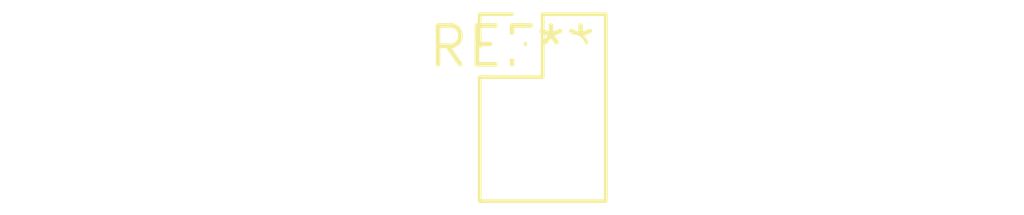
<source format=kicad_pcb>
(kicad_pcb (version 20240108) (generator pcbnew)
  (layers (0 "F.Cu" signal) (31 "B.Cu" signal) (34 "B.Paste" user) (35 "F.Paste" user) (36 "B.SilkS" user "B.Silkscreen") (37 "F.SilkS" user "F.Silkscreen") (38 "B.Mask" user) (39 "F.Mask" user) (44 "Edge.Cuts" user))
  (net 0 "")
  (footprint "PinHeader_2x03_P2.00mm_Vertical" (layer "F.Cu") (at 0 0)
    (property "Reference" "REF**")
    (property "Value" "PinHeader_2x03_P2.00mm_Vertical")
    (fp_line (start -1.06 -1.06) (end 0 -1.06) (layer "F.SilkS") (stroke (width 0.12)))
    (fp_line (start -1.06 0) (end -1.06 -1.06) (layer "F.SilkS") (stroke (width 0.12)))
    (fp_line (start -1.06 1) (end -1.06 5.06) (layer "F.SilkS") (stroke (width 0.12)))
    (fp_line (start -1.06 1) (end 1 1) (layer "F.SilkS") (stroke (width 0.12)))
    (fp_line (start -1.06 5.06) (end 3.06 5.06) (layer "F.SilkS") (stroke (width 0.12)))
    (fp_line (start 1 -1.06) (end 3.06 -1.06) (layer "F.SilkS") (stroke (width 0.12)))
    (fp_line (start 1 1) (end 1 -1.06) (layer "F.SilkS") (stroke (width 0.12)))
    (fp_line (start 3.06 -1.06) (end 3.06 5.06) (layer "F.SilkS") (stroke (width 0.12)))
    (pad "1" thru_hole rect (at 0 0) (size 1.35 1.35) (drill 0.8) (layers *.Cu *.Mask) (remove_unused_layers))
    (pad "2" thru_hole oval (at 2 0) (size 1.35 1.35) (drill 0.8) (layers *.Cu *.Mask) (remove_unused_layers))
    (pad "3" thru_hole oval (at 0 2) (size 1.35 1.35) (drill 0.8) (layers *.Cu *.Mask) (remove_unused_layers))
    (pad "4" thru_hole oval (at 2 2) (size 1.35 1.35) (drill 0.8) (layers *.Cu *.Mask) (remove_unused_layers))
    (pad "5" thru_hole oval (at 0 4) (size 1.35 1.35) (drill 0.8) (layers *.Cu *.Mask) (remove_unused_layers))
    (pad "6" thru_hole oval (at 2 4) (size 1.35 1.35) (drill 0.8) (layers *.Cu *.Mask) (remove_unused_layers))
  )
)
</source>
